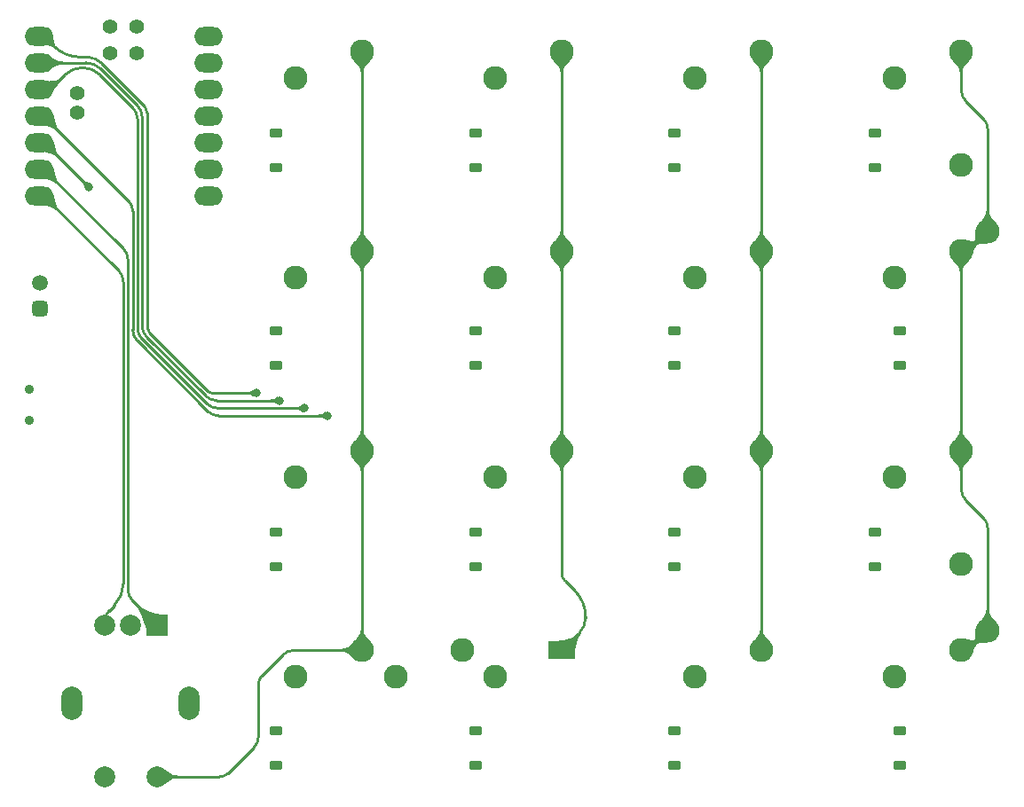
<source format=gbr>
%TF.GenerationSoftware,KiCad,Pcbnew,(7.0.0)*%
%TF.CreationDate,2023-06-29T20:35:03+03:00*%
%TF.ProjectId,kapeebar-a,6b617065-6562-4617-922d-612e6b696361,rev?*%
%TF.SameCoordinates,Original*%
%TF.FileFunction,Copper,L2,Bot*%
%TF.FilePolarity,Positive*%
%FSLAX46Y46*%
G04 Gerber Fmt 4.6, Leading zero omitted, Abs format (unit mm)*
G04 Created by KiCad (PCBNEW (7.0.0)) date 2023-06-29 20:35:03*
%MOMM*%
%LPD*%
G01*
G04 APERTURE LIST*
G04 Aperture macros list*
%AMRoundRect*
0 Rectangle with rounded corners*
0 $1 Rounding radius*
0 $2 $3 $4 $5 $6 $7 $8 $9 X,Y pos of 4 corners*
0 Add a 4 corners polygon primitive as box body*
4,1,4,$2,$3,$4,$5,$6,$7,$8,$9,$2,$3,0*
0 Add four circle primitives for the rounded corners*
1,1,$1+$1,$2,$3*
1,1,$1+$1,$4,$5*
1,1,$1+$1,$6,$7*
1,1,$1+$1,$8,$9*
0 Add four rect primitives between the rounded corners*
20,1,$1+$1,$2,$3,$4,$5,0*
20,1,$1+$1,$4,$5,$6,$7,0*
20,1,$1+$1,$6,$7,$8,$9,0*
20,1,$1+$1,$8,$9,$2,$3,0*%
G04 Aperture macros list end*
%TA.AperFunction,ComponentPad*%
%ADD10O,2.750000X1.800000*%
%TD*%
%TA.AperFunction,ComponentPad*%
%ADD11C,1.397000*%
%TD*%
%TA.AperFunction,ComponentPad*%
%ADD12C,2.286000*%
%TD*%
%TA.AperFunction,ComponentPad*%
%ADD13R,2.500000X1.800000*%
%TD*%
%TA.AperFunction,ComponentPad*%
%ADD14RoundRect,0.375000X-0.375000X0.375000X-0.375000X-0.375000X0.375000X-0.375000X0.375000X0.375000X0*%
%TD*%
%TA.AperFunction,WasherPad*%
%ADD15C,0.900000*%
%TD*%
%TA.AperFunction,ComponentPad*%
%ADD16C,1.500000*%
%TD*%
%TA.AperFunction,WasherPad*%
%ADD17O,2.000000X3.200000*%
%TD*%
%TA.AperFunction,ComponentPad*%
%ADD18R,2.000000X2.000000*%
%TD*%
%TA.AperFunction,ComponentPad*%
%ADD19C,2.000000*%
%TD*%
%TA.AperFunction,ComponentPad*%
%ADD20C,0.800000*%
%TD*%
%TA.AperFunction,SMDPad,CuDef*%
%ADD21RoundRect,0.225000X0.375000X-0.225000X0.375000X0.225000X-0.375000X0.225000X-0.375000X-0.225000X0*%
%TD*%
%TA.AperFunction,ViaPad*%
%ADD22C,0.800000*%
%TD*%
%TA.AperFunction,Conductor*%
%ADD23C,0.250000*%
%TD*%
G04 APERTURE END LIST*
D10*
%TO.P,U1,1,A0*%
%TO.N,col3*%
X135634219Y-51814179D03*
%TO.P,U1,2,A1*%
%TO.N,col2*%
X135634219Y-54354179D03*
%TO.P,U1,3,A2*%
%TO.N,col1*%
X135634219Y-56894179D03*
%TO.P,U1,4,A3*%
%TO.N,col0*%
X135634219Y-59434179D03*
%TO.P,U1,5,A4*%
%TO.N,row4*%
X135634219Y-61974179D03*
%TO.P,U1,6,A5*%
%TO.N,ENC0*%
X135634219Y-64514179D03*
%TO.P,U1,7,A6*%
%TO.N,ENC1*%
X135634219Y-67054179D03*
%TO.P,U1,8,A7*%
%TO.N,row3*%
X151824219Y-67054179D03*
%TO.P,U1,9,A8*%
%TO.N,row2*%
X151824219Y-64514179D03*
%TO.P,U1,10,A9*%
%TO.N,row1*%
X151824219Y-61974179D03*
%TO.P,U1,11,A10*%
%TO.N,row0*%
X151824219Y-59434179D03*
%TO.P,U1,12,3V3*%
%TO.N,unconnected-(U1-3V3-Pad12)*%
X151824219Y-56894179D03*
%TO.P,U1,13,GND*%
%TO.N,GND*%
X151824219Y-54354179D03*
%TO.P,U1,14,5V*%
%TO.N,unconnected-(U1-5V-Pad14)*%
X151824219Y-51814179D03*
D11*
%TO.P,U1,15,5V*%
%TO.N,unconnected-(U1-5V-Pad15)*%
X142459220Y-50862180D03*
%TO.P,U1,16,GND*%
%TO.N,unconnected-(U1-GND-Pad16)*%
X144999220Y-50862180D03*
%TO.P,U1,17*%
%TO.N,N/C*%
X142459220Y-53402180D03*
%TO.P,U1,18*%
X144999220Y-53402180D03*
%TO.P,U1,19*%
%TO.N,V+*%
X139284220Y-59117180D03*
%TO.P,U1,20*%
%TO.N,GND*%
X139284220Y-57212180D03*
%TD*%
D12*
%TO.P,SW9,1,1*%
%TO.N,col2*%
X204591500Y-72345000D03*
%TO.P,SW9,2,2*%
%TO.N,Net-(D7-A)*%
X198241500Y-74885000D03*
%TD*%
%TO.P,SW5,1,1*%
%TO.N,col0*%
X166483750Y-72345000D03*
%TO.P,SW5,2,2*%
%TO.N,Net-(D5-A)*%
X160133750Y-74885000D03*
%TD*%
%TO.P,SW14,1,1*%
%TO.N,col0*%
X166483750Y-110445000D03*
%TO.P,SW14,2,2*%
%TO.N,Net-(D13-A)*%
X160133750Y-112985000D03*
%TD*%
D13*
%TO.P,SW16,1,1*%
%TO.N,col1*%
X185533749Y-110444999D03*
D12*
%TO.P,SW16,2,2*%
%TO.N,Net-(D14-A)*%
X179183750Y-112985000D03*
%TD*%
%TO.P,SW17,1,1*%
%TO.N,col2*%
X204591500Y-110445000D03*
%TO.P,SW17,2,2*%
%TO.N,Net-(D15-A)*%
X198241500Y-112985000D03*
%TD*%
%TO.P,SW7,1,1*%
%TO.N,col1*%
X185533750Y-91395000D03*
%TO.P,SW7,2,2*%
%TO.N,Net-(D10-A)*%
X179183750Y-93935000D03*
%TD*%
%TO.P,SW2,1,1*%
%TO.N,col1*%
X185533750Y-53295000D03*
%TO.P,SW2,2,2*%
%TO.N,Net-(D2-A)*%
X179183750Y-55835000D03*
%TD*%
%TO.P,SW11,1,1*%
%TO.N,col3*%
X223633750Y-91395000D03*
%TO.P,SW11,2,2*%
%TO.N,Net-(D12-A)*%
X217283750Y-93935000D03*
%TD*%
D14*
%TO.P,J1,1*%
%TO.N,vbat*%
X135731250Y-77787500D03*
%TD*%
D12*
%TO.P,SW10,1,1*%
%TO.N,col2*%
X204591500Y-91395000D03*
%TO.P,SW10,2,2*%
%TO.N,Net-(D11-A)*%
X198241500Y-93935000D03*
%TD*%
%TO.P,SW12,1,1*%
%TO.N,col3*%
X226173750Y-70440000D03*
%TO.P,SW12,2,2*%
%TO.N,Net-(D4-A)*%
X223633750Y-64090000D03*
%TD*%
%TO.P,SW13,1,1*%
%TO.N,col3*%
X223633750Y-72345000D03*
%TO.P,SW13,2,2*%
%TO.N,Net-(D8-A)*%
X217283750Y-74885000D03*
%TD*%
%TO.P,SW4,1,1*%
%TO.N,col3*%
X223633750Y-53295000D03*
%TO.P,SW4,2,2*%
%TO.N,Net-(D4-A)*%
X217283750Y-55835000D03*
%TD*%
%TO.P,SW18,1,1*%
%TO.N,col3*%
X223633750Y-110445000D03*
%TO.P,SW18,2,2*%
%TO.N,Net-(D16-A)*%
X217283750Y-112985000D03*
%TD*%
D15*
%TO.P,switch,*%
%TO.N,*%
X134700000Y-88493750D03*
X134750000Y-85493750D03*
%TD*%
D12*
%TO.P,SW8,1,1*%
%TO.N,col1*%
X185533750Y-72345000D03*
%TO.P,SW8,2,2*%
%TO.N,Net-(D6-A)*%
X179183750Y-74885000D03*
%TD*%
%TO.P,2u,1,1*%
%TO.N,col1*%
X176008750Y-110445000D03*
%TO.P,2u,2,2*%
%TO.N,Net-(D14-A)*%
X169658750Y-112985000D03*
%TD*%
D16*
%TO.P,J2,1*%
%TO.N,GND*%
X135731250Y-75406250D03*
%TD*%
D12*
%TO.P,SW1,1,1*%
%TO.N,col0*%
X166483750Y-53295000D03*
%TO.P,SW1,2,2*%
%TO.N,Net-(D1-A)*%
X160133750Y-55835000D03*
%TD*%
%TO.P,SW6,1,1*%
%TO.N,col0*%
X166483750Y-91395000D03*
%TO.P,SW6,2,2*%
%TO.N,Net-(D9-A)*%
X160133750Y-93935000D03*
%TD*%
%TO.P,SW3,1,1*%
%TO.N,col2*%
X204591500Y-53295000D03*
%TO.P,SW3,2,2*%
%TO.N,Net-(D3-A)*%
X198241500Y-55835000D03*
%TD*%
D17*
%TO.P,SW15,*%
%TO.N,*%
X149993749Y-115524999D03*
X138793749Y-115524999D03*
D18*
%TO.P,SW15,A,A*%
%TO.N,ENC0*%
X146893749Y-108024999D03*
D19*
%TO.P,SW15,B,B*%
%TO.N,ENC1*%
X141893750Y-108025000D03*
%TO.P,SW15,C,C*%
%TO.N,GND*%
X144393750Y-108025000D03*
%TO.P,SW15,S1,S1*%
%TO.N,row4*%
X141893750Y-122525000D03*
%TO.P,SW15,S2,S2*%
%TO.N,col0*%
X146893750Y-122525000D03*
%TD*%
D12*
%TO.P,SW19,1,1*%
%TO.N,col3*%
X226173750Y-108540000D03*
%TO.P,SW19,2,2*%
%TO.N,Net-(D12-A)*%
X223633750Y-102190000D03*
%TD*%
D20*
%TO.P,D6,1,K*%
%TO.N,row1*%
X196287450Y-83276300D03*
D21*
X196287450Y-83276300D03*
D20*
%TO.P,D6,2,A*%
%TO.N,Net-(D7-A)*%
X196287450Y-79976300D03*
D21*
X196287450Y-79976300D03*
%TD*%
D20*
%TO.P,D13,1,K*%
%TO.N,row3*%
X217763750Y-121452000D03*
D21*
X217763750Y-121452000D03*
D20*
%TO.P,D13,2,A*%
%TO.N,Net-(D16-A)*%
X217763750Y-118152000D03*
D21*
X217763750Y-118152000D03*
%TD*%
D20*
%TO.P,D8,1,K*%
%TO.N,row1*%
X158213750Y-83276300D03*
D21*
X158213750Y-83276300D03*
D20*
%TO.P,D8,2,A*%
%TO.N,Net-(D5-A)*%
X158213750Y-79976300D03*
D21*
X158213750Y-79976300D03*
%TD*%
D20*
%TO.P,D4,1,K*%
%TO.N,row0*%
X158213750Y-64350000D03*
D21*
X158213750Y-64350000D03*
D20*
%TO.P,D4,2,A*%
%TO.N,Net-(D1-A)*%
X158213750Y-61050000D03*
D21*
X158213750Y-61050000D03*
%TD*%
D20*
%TO.P,D14,1,K*%
%TO.N,row3*%
X196287450Y-121452000D03*
D21*
X196287450Y-121452000D03*
D20*
%TO.P,D14,2,A*%
%TO.N,Net-(D15-A)*%
X196287450Y-118152000D03*
D21*
X196287450Y-118152000D03*
%TD*%
D20*
%TO.P,D15,1,K*%
%TO.N,row3*%
X177263750Y-121452000D03*
D21*
X177263750Y-121452000D03*
D20*
%TO.P,D15,2,A*%
%TO.N,Net-(D14-A)*%
X177263750Y-118152000D03*
D21*
X177263750Y-118152000D03*
%TD*%
D20*
%TO.P,D2,1,K*%
%TO.N,row0*%
X196287450Y-64350000D03*
D21*
X196287450Y-64350000D03*
D20*
%TO.P,D2,2,A*%
%TO.N,Net-(D3-A)*%
X196287450Y-61050000D03*
D21*
X196287450Y-61050000D03*
%TD*%
D20*
%TO.P,D11,1,K*%
%TO.N,row2*%
X177263750Y-102443000D03*
D21*
X177263750Y-102443000D03*
D20*
%TO.P,D11,2,A*%
%TO.N,Net-(D10-A)*%
X177263750Y-99143000D03*
D21*
X177263750Y-99143000D03*
%TD*%
D20*
%TO.P,D9,1,K*%
%TO.N,row2*%
X215380400Y-102443000D03*
D21*
X215380400Y-102443000D03*
D20*
%TO.P,D9,2,A*%
%TO.N,Net-(D12-A)*%
X215380400Y-99143000D03*
D21*
X215380400Y-99143000D03*
%TD*%
D20*
%TO.P,D7,1,K*%
%TO.N,row1*%
X177263750Y-83276300D03*
D21*
X177263750Y-83276300D03*
D20*
%TO.P,D7,2,A*%
%TO.N,Net-(D6-A)*%
X177263750Y-79976300D03*
D21*
X177263750Y-79976300D03*
%TD*%
D20*
%TO.P,D3,1,K*%
%TO.N,row0*%
X177263750Y-64350000D03*
D21*
X177263750Y-64350000D03*
D20*
%TO.P,D3,2,A*%
%TO.N,Net-(D2-A)*%
X177263750Y-61050000D03*
D21*
X177263750Y-61050000D03*
%TD*%
D20*
%TO.P,D10,1,K*%
%TO.N,row2*%
X196287450Y-102443000D03*
D21*
X196287450Y-102443000D03*
D20*
%TO.P,D10,2,A*%
%TO.N,Net-(D11-A)*%
X196287450Y-99143000D03*
D21*
X196287450Y-99143000D03*
%TD*%
D20*
%TO.P,D16,1,K*%
%TO.N,row3*%
X158213750Y-121452000D03*
D21*
X158213750Y-121452000D03*
D20*
%TO.P,D16,2,A*%
%TO.N,Net-(D13-A)*%
X158213750Y-118152000D03*
D21*
X158213750Y-118152000D03*
%TD*%
D20*
%TO.P,D12,1,K*%
%TO.N,row2*%
X158213750Y-102443000D03*
D21*
X158213750Y-102443000D03*
D20*
%TO.P,D12,2,A*%
%TO.N,Net-(D9-A)*%
X158213750Y-99143000D03*
D21*
X158213750Y-99143000D03*
%TD*%
D20*
%TO.P,D1,1,K*%
%TO.N,row0*%
X215417450Y-64350000D03*
D21*
X215417450Y-64350000D03*
D20*
%TO.P,D1,2,A*%
%TO.N,Net-(D4-A)*%
X215417450Y-61050000D03*
D21*
X215417450Y-61050000D03*
%TD*%
D20*
%TO.P,D5,1,K*%
%TO.N,row1*%
X217763750Y-83276300D03*
D21*
X217763750Y-83276300D03*
D20*
%TO.P,D5,2,A*%
%TO.N,Net-(D8-A)*%
X217763750Y-79976300D03*
D21*
X217763750Y-79976300D03*
%TD*%
D22*
%TO.N,col0*%
X163137750Y-88049000D03*
%TO.N,col1*%
X160987450Y-87324500D03*
%TO.N,col2*%
X158587450Y-86600000D03*
%TO.N,col3*%
X156387450Y-85875500D03*
%TO.N,row4*%
X140387450Y-66200000D03*
%TD*%
D23*
%TO.N,col0*%
X166483750Y-53295000D02*
X166483750Y-72345000D01*
X153723804Y-122163646D02*
X156148110Y-119739340D01*
X144148110Y-67473070D02*
X136109220Y-59434180D01*
X144587450Y-79851472D02*
X144587450Y-68533730D01*
X163137750Y-88049000D02*
X152784978Y-88049000D01*
X158903110Y-110884340D02*
X156933930Y-112853495D01*
X151724318Y-87609660D02*
X145026790Y-80912132D01*
X166483750Y-72345000D02*
X166483750Y-91395000D01*
X159963747Y-110445000D02*
X166483750Y-110445000D01*
X166483750Y-91395000D02*
X166483750Y-110445000D01*
X146893750Y-122525000D02*
X152851418Y-122525000D01*
X156587450Y-118678680D02*
X156587450Y-113689965D01*
X156148131Y-119739361D02*
G75*
G03*
X156587450Y-118678680I-1060731J1060661D01*
G01*
X156933946Y-112853511D02*
G75*
G03*
X156587450Y-113689965I836454J-836489D01*
G01*
X144587413Y-68533730D02*
G75*
G03*
X144148109Y-67473071I-1500013J30D01*
G01*
X151724329Y-87609649D02*
G75*
G03*
X152784978Y-88049000I1060671J1060649D01*
G01*
X152851418Y-122525024D02*
G75*
G03*
X153723804Y-122163646I-18J1233724D01*
G01*
X144587485Y-79851472D02*
G75*
G03*
X145026790Y-80912132I1500015J-28D01*
G01*
X159963747Y-110445021D02*
G75*
G03*
X158903110Y-110884340I-47J-1499879D01*
G01*
%TO.N,col1*%
X144598110Y-58647056D02*
X141428189Y-55477135D01*
X185543881Y-110445000D02*
X187197268Y-108791613D01*
X185533750Y-91395000D02*
X185533750Y-72345000D01*
X185533750Y-72345000D02*
X185533750Y-53295000D01*
X185533750Y-103105322D02*
X185533750Y-91395000D01*
X138136352Y-55494638D02*
X136109220Y-57521770D01*
X151636214Y-86885160D02*
X145476790Y-80725736D01*
X186769138Y-104754924D02*
X185826643Y-103812429D01*
X160987450Y-87324500D02*
X152696874Y-87324500D01*
X187800000Y-107336485D02*
X187800000Y-107243629D01*
X145037450Y-79665076D02*
X145037450Y-59707716D01*
X151636227Y-86885147D02*
G75*
G03*
X152696874Y-87324500I1060673J1060647D01*
G01*
X187799963Y-107243629D02*
G75*
G03*
X186769138Y-104754924I-3519563J29D01*
G01*
X139803297Y-54804170D02*
G75*
G03*
X138136352Y-55494638I3J-2357430D01*
G01*
X187197262Y-108791607D02*
G75*
G03*
X187800000Y-107336485I-1455062J1455107D01*
G01*
X185533720Y-103105322D02*
G75*
G03*
X185826643Y-103812429I999980J22D01*
G01*
X145037423Y-59707716D02*
G75*
G03*
X144598109Y-58647057I-1500023J16D01*
G01*
X141428180Y-55477144D02*
G75*
G03*
X139803297Y-54804172I-1624680J-1624656D01*
G01*
X145037482Y-79665076D02*
G75*
G03*
X145476790Y-80725736I1500018J-24D01*
G01*
%TO.N,col2*%
X140147546Y-54354180D02*
X136109220Y-54354180D01*
X204591500Y-53295000D02*
X204591500Y-72345000D01*
X145048110Y-58460660D02*
X141503132Y-54915682D01*
X151548110Y-86160660D02*
X145926790Y-80539340D01*
X204591500Y-72345000D02*
X204591500Y-91395000D01*
X145487450Y-79478680D02*
X145487450Y-59521320D01*
X204591500Y-110445000D02*
X204591500Y-91395000D01*
X158587450Y-86600000D02*
X152608770Y-86600000D01*
X151548125Y-86160645D02*
G75*
G03*
X152608770Y-86600000I1060675J1060645D01*
G01*
X145487420Y-59521320D02*
G75*
G03*
X145048109Y-58460661I-1500020J20D01*
G01*
X141503116Y-54915698D02*
G75*
G03*
X140147546Y-54354180I-1355616J-1355602D01*
G01*
X145487480Y-79478680D02*
G75*
G03*
X145926791Y-80539339I1500020J-20D01*
G01*
%TO.N,col3*%
X145498110Y-58274264D02*
X141588937Y-54365091D01*
X224268750Y-110445000D02*
X226173750Y-108540000D01*
X224268750Y-72345000D02*
X226173750Y-70440000D01*
X225734410Y-97769344D02*
X224073090Y-96108024D01*
X152169910Y-85836513D02*
X151945678Y-85763651D01*
X145937450Y-59334924D02*
X145935301Y-59217040D01*
X145937450Y-79292284D02*
X145937450Y-59334924D01*
X145939568Y-79410171D02*
X145937450Y-79292284D01*
X223633750Y-91395000D02*
X223633750Y-72345000D01*
X152520666Y-85875500D02*
X152402779Y-85873401D01*
X151945678Y-85763651D02*
X151735604Y-85656608D01*
X145898423Y-58984173D02*
X145825572Y-58759942D01*
X226173750Y-70440000D02*
X226173750Y-60730004D01*
X156387450Y-85875500D02*
X152520666Y-85875500D01*
X223633750Y-95047364D02*
X223633750Y-91395000D01*
X145976448Y-79643042D02*
X145939568Y-79410171D01*
X223633750Y-56947364D02*
X223633750Y-53295000D01*
X225734410Y-59669344D02*
X224073090Y-58008024D01*
X146049301Y-79867277D02*
X145976448Y-79643042D01*
X140224687Y-53800000D02*
X139538162Y-53800000D01*
X137074600Y-52779560D02*
X136109220Y-51814180D01*
X145825572Y-58759942D02*
X145718541Y-58549867D01*
X151544862Y-85518021D02*
X151460006Y-85436160D01*
X145579965Y-58359122D02*
X145498110Y-58274264D01*
X152402779Y-85873401D02*
X152169910Y-85836513D01*
X146376790Y-80352944D02*
X146294914Y-80268103D01*
X145718541Y-58549867D02*
X145579965Y-58359122D01*
X151460006Y-85436160D02*
X146376790Y-80352944D01*
X145935301Y-59217040D02*
X145898423Y-58984173D01*
X151735604Y-85656608D02*
X151544862Y-85518021D01*
X146156335Y-80077355D02*
X146049301Y-79867277D01*
X226173750Y-108540000D02*
X226173750Y-98830004D01*
X146294914Y-80268103D02*
X146156335Y-80077355D01*
X137074620Y-52779540D02*
G75*
G03*
X139538162Y-53800000I2463580J2463540D01*
G01*
X226173732Y-60730004D02*
G75*
G03*
X225734410Y-59669344I-1500032J4D01*
G01*
X226173732Y-98830004D02*
G75*
G03*
X225734410Y-97769344I-1500032J4D01*
G01*
X141588935Y-54365093D02*
G75*
G03*
X140224687Y-53800000I-1364235J-1364207D01*
G01*
X223633791Y-56947364D02*
G75*
G03*
X224073090Y-58008024I1500009J-36D01*
G01*
X223633791Y-95047364D02*
G75*
G03*
X224073090Y-96108024I1500009J-36D01*
G01*
%TO.N,ENC0*%
X146893750Y-108025000D02*
X144576790Y-105708040D01*
X144137450Y-104647380D02*
X144137450Y-73163730D01*
X143698110Y-72103070D02*
X136109220Y-64514180D01*
X144137480Y-104647380D02*
G75*
G03*
X144576791Y-105708039I1500020J-20D01*
G01*
X144137413Y-73163730D02*
G75*
G03*
X143698109Y-72103071I-1500013J30D01*
G01*
%TO.N,ENC1*%
X143687450Y-104057359D02*
X143687450Y-75253730D01*
X143248110Y-74193070D02*
X136109220Y-67054180D01*
X142333090Y-106654360D02*
X142808771Y-106178679D01*
X141893750Y-108025000D02*
X141893750Y-107715020D01*
X142333069Y-106654339D02*
G75*
G03*
X141893750Y-107715020I1060731J-1060661D01*
G01*
X142808781Y-106178689D02*
G75*
G03*
X143687450Y-104057359I-2121281J2121289D01*
G01*
X143687413Y-75253730D02*
G75*
G03*
X143248109Y-74193071I-1500013J30D01*
G01*
%TO.N,row4*%
X140387450Y-66200000D02*
X136161630Y-61974180D01*
%TD*%
%TA.AperFunction,Conductor*%
%TO.N,col3*%
G36*
X223639149Y-91396808D02*
G01*
X224622201Y-91908212D01*
X224626882Y-91912656D01*
X224628495Y-91918909D01*
X224626544Y-91925065D01*
X224406117Y-92256840D01*
X224405002Y-92258265D01*
X224171546Y-92513313D01*
X224171510Y-92513352D01*
X224171475Y-92513392D01*
X224171442Y-92513429D01*
X224171411Y-92513466D01*
X223964387Y-92757566D01*
X223964384Y-92757569D01*
X223963900Y-92758141D01*
X223963576Y-92758817D01*
X223963574Y-92758821D01*
X223815871Y-93067529D01*
X223815869Y-93067535D01*
X223815466Y-93068378D01*
X223815349Y-93069309D01*
X223815349Y-93069310D01*
X223760035Y-93510391D01*
X223756167Y-93517708D01*
X223748426Y-93520635D01*
X223519074Y-93520635D01*
X223511333Y-93517708D01*
X223507465Y-93510391D01*
X223452033Y-93068378D01*
X223303599Y-92758141D01*
X223096024Y-92513392D01*
X222862493Y-92258262D01*
X222861380Y-92256840D01*
X222640954Y-91925063D01*
X222639004Y-91918910D01*
X222640617Y-91912657D01*
X222645298Y-91908212D01*
X223628350Y-91396808D01*
X223633750Y-91395489D01*
X223639149Y-91396808D01*
G37*
%TD.AperFunction*%
%TD*%
%TA.AperFunction,Conductor*%
%TO.N,col1*%
G36*
X185656167Y-89272292D02*
G01*
X185660034Y-89279608D01*
X185715466Y-89721621D01*
X185715869Y-89722465D01*
X185715871Y-89722469D01*
X185863574Y-90031176D01*
X185863900Y-90031857D01*
X186071475Y-90276607D01*
X186071535Y-90276672D01*
X186071546Y-90276685D01*
X186305002Y-90531732D01*
X186306117Y-90533157D01*
X186526544Y-90864934D01*
X186528495Y-90871090D01*
X186526882Y-90877343D01*
X186522199Y-90881789D01*
X185539150Y-91393190D01*
X185533750Y-91394510D01*
X185528350Y-91393190D01*
X184545300Y-90881788D01*
X184540617Y-90877342D01*
X184539004Y-90871089D01*
X184540953Y-90864937D01*
X184761387Y-90533148D01*
X184762487Y-90531741D01*
X184996024Y-90276607D01*
X185203599Y-90031857D01*
X185352033Y-89721621D01*
X185407465Y-89279608D01*
X185411333Y-89272292D01*
X185419074Y-89269365D01*
X185648426Y-89269365D01*
X185656167Y-89272292D01*
G37*
%TD.AperFunction*%
%TD*%
%TA.AperFunction,Conductor*%
%TO.N,col2*%
G36*
X158435268Y-86236957D02*
G01*
X158439146Y-86241888D01*
X158494075Y-86373637D01*
X158540860Y-86485854D01*
X158586573Y-86595497D01*
X158587474Y-86599999D01*
X158586573Y-86604501D01*
X158439146Y-86958111D01*
X158435268Y-86963042D01*
X158429400Y-86965262D01*
X158423230Y-86964130D01*
X158278126Y-86893552D01*
X158277132Y-86893008D01*
X158168330Y-86826360D01*
X158168234Y-86826301D01*
X158168150Y-86826254D01*
X158168131Y-86826243D01*
X158073088Y-86773273D01*
X158073086Y-86773272D01*
X158072544Y-86772970D01*
X158071953Y-86772789D01*
X158071946Y-86772787D01*
X157957464Y-86737916D01*
X157957458Y-86737914D01*
X157956848Y-86737729D01*
X157956212Y-86737681D01*
X157956206Y-86737680D01*
X157798273Y-86725813D01*
X157790572Y-86722103D01*
X157787450Y-86714146D01*
X157787450Y-86485854D01*
X157790572Y-86477897D01*
X157798273Y-86474187D01*
X157889079Y-86467362D01*
X157956848Y-86462270D01*
X158072544Y-86427029D01*
X158168234Y-86373697D01*
X158277144Y-86306982D01*
X158278121Y-86306448D01*
X158423232Y-86235868D01*
X158429400Y-86234737D01*
X158435268Y-86236957D01*
G37*
%TD.AperFunction*%
%TD*%
%TA.AperFunction,Conductor*%
%TO.N,col0*%
G36*
X166489149Y-53296808D02*
G01*
X167472201Y-53808212D01*
X167476882Y-53812656D01*
X167478495Y-53818909D01*
X167476544Y-53825065D01*
X167256117Y-54156840D01*
X167255002Y-54158265D01*
X167021546Y-54413313D01*
X167021510Y-54413352D01*
X167021475Y-54413392D01*
X167021442Y-54413429D01*
X167021411Y-54413466D01*
X166814387Y-54657566D01*
X166814384Y-54657569D01*
X166813900Y-54658141D01*
X166813576Y-54658817D01*
X166813574Y-54658821D01*
X166665871Y-54967529D01*
X166665869Y-54967535D01*
X166665466Y-54968378D01*
X166665349Y-54969309D01*
X166665349Y-54969310D01*
X166610035Y-55410391D01*
X166606167Y-55417708D01*
X166598426Y-55420635D01*
X166369074Y-55420635D01*
X166361333Y-55417708D01*
X166357465Y-55410391D01*
X166302033Y-54968378D01*
X166153599Y-54658141D01*
X165946024Y-54413392D01*
X165712493Y-54158262D01*
X165711380Y-54156840D01*
X165490954Y-53825063D01*
X165489004Y-53818910D01*
X165490617Y-53812657D01*
X165495298Y-53808212D01*
X166478350Y-53296808D01*
X166483750Y-53295489D01*
X166489149Y-53296808D01*
G37*
%TD.AperFunction*%
%TD*%
%TA.AperFunction,Conductor*%
%TO.N,col2*%
G36*
X204596899Y-72346808D02*
G01*
X205579951Y-72858212D01*
X205584632Y-72862656D01*
X205586245Y-72868909D01*
X205584294Y-72875065D01*
X205363867Y-73206840D01*
X205362752Y-73208265D01*
X205129296Y-73463313D01*
X205129260Y-73463352D01*
X205129225Y-73463392D01*
X205129192Y-73463429D01*
X205129161Y-73463466D01*
X204922137Y-73707566D01*
X204922134Y-73707569D01*
X204921650Y-73708141D01*
X204921326Y-73708817D01*
X204921324Y-73708821D01*
X204773621Y-74017529D01*
X204773619Y-74017535D01*
X204773216Y-74018378D01*
X204773099Y-74019309D01*
X204773099Y-74019310D01*
X204717785Y-74460391D01*
X204713917Y-74467708D01*
X204706176Y-74470635D01*
X204476824Y-74470635D01*
X204469083Y-74467708D01*
X204465215Y-74460391D01*
X204409783Y-74018378D01*
X204261349Y-73708141D01*
X204053774Y-73463392D01*
X203820243Y-73208262D01*
X203819130Y-73206840D01*
X203598704Y-72875063D01*
X203596754Y-72868910D01*
X203598367Y-72862657D01*
X203603048Y-72858212D01*
X204586100Y-72346808D01*
X204591500Y-72345489D01*
X204596899Y-72346808D01*
G37*
%TD.AperFunction*%
%TD*%
%TA.AperFunction,Conductor*%
%TO.N,col0*%
G36*
X166606167Y-108322292D02*
G01*
X166610034Y-108329608D01*
X166665466Y-108771621D01*
X166665869Y-108772465D01*
X166665871Y-108772469D01*
X166813574Y-109081176D01*
X166813900Y-109081857D01*
X167021475Y-109326607D01*
X167021535Y-109326672D01*
X167021546Y-109326685D01*
X167255002Y-109581732D01*
X167256117Y-109583157D01*
X167476544Y-109914934D01*
X167478495Y-109921090D01*
X167476882Y-109927343D01*
X167472199Y-109931789D01*
X166489150Y-110443190D01*
X166483750Y-110444510D01*
X166478350Y-110443190D01*
X165495300Y-109931788D01*
X165490617Y-109927342D01*
X165489004Y-109921089D01*
X165490953Y-109914937D01*
X165711387Y-109583148D01*
X165712487Y-109581741D01*
X165946024Y-109326607D01*
X166153599Y-109081857D01*
X166302033Y-108771621D01*
X166357465Y-108329608D01*
X166361333Y-108322292D01*
X166369074Y-108319365D01*
X166598426Y-108319365D01*
X166606167Y-108322292D01*
G37*
%TD.AperFunction*%
%TD*%
%TA.AperFunction,Conductor*%
%TO.N,col2*%
G36*
X204713917Y-108322292D02*
G01*
X204717784Y-108329608D01*
X204773216Y-108771621D01*
X204773619Y-108772465D01*
X204773621Y-108772469D01*
X204921324Y-109081176D01*
X204921650Y-109081857D01*
X205129225Y-109326607D01*
X205129285Y-109326672D01*
X205129296Y-109326685D01*
X205362752Y-109581732D01*
X205363867Y-109583157D01*
X205584294Y-109914934D01*
X205586245Y-109921090D01*
X205584632Y-109927343D01*
X205579949Y-109931789D01*
X204596900Y-110443190D01*
X204591500Y-110444510D01*
X204586100Y-110443190D01*
X203603050Y-109931788D01*
X203598367Y-109927342D01*
X203596754Y-109921089D01*
X203598703Y-109914937D01*
X203819137Y-109583148D01*
X203820237Y-109581741D01*
X204053774Y-109326607D01*
X204261349Y-109081857D01*
X204409783Y-108771621D01*
X204465215Y-108329608D01*
X204469083Y-108322292D01*
X204476824Y-108319365D01*
X204706176Y-108319365D01*
X204713917Y-108322292D01*
G37*
%TD.AperFunction*%
%TD*%
%TA.AperFunction,Conductor*%
%TO.N,col0*%
G36*
X166489149Y-72346808D02*
G01*
X167472201Y-72858212D01*
X167476882Y-72862656D01*
X167478495Y-72868909D01*
X167476544Y-72875065D01*
X167256117Y-73206840D01*
X167255002Y-73208265D01*
X167021546Y-73463313D01*
X167021510Y-73463352D01*
X167021475Y-73463392D01*
X167021442Y-73463429D01*
X167021411Y-73463466D01*
X166814387Y-73707566D01*
X166814384Y-73707569D01*
X166813900Y-73708141D01*
X166813576Y-73708817D01*
X166813574Y-73708821D01*
X166665871Y-74017529D01*
X166665869Y-74017535D01*
X166665466Y-74018378D01*
X166665349Y-74019309D01*
X166665349Y-74019310D01*
X166610035Y-74460391D01*
X166606167Y-74467708D01*
X166598426Y-74470635D01*
X166369074Y-74470635D01*
X166361333Y-74467708D01*
X166357465Y-74460391D01*
X166302033Y-74018378D01*
X166153599Y-73708141D01*
X165946024Y-73463392D01*
X165712493Y-73208262D01*
X165711380Y-73206840D01*
X165490954Y-72875063D01*
X165489004Y-72868910D01*
X165490617Y-72862657D01*
X165495298Y-72858212D01*
X166478350Y-72346808D01*
X166483750Y-72345489D01*
X166489149Y-72346808D01*
G37*
%TD.AperFunction*%
%TD*%
%TA.AperFunction,Conductor*%
%TO.N,col3*%
G36*
X225315818Y-109234957D02*
G01*
X225477803Y-109396942D01*
X225481227Y-109404938D01*
X225478186Y-109413087D01*
X225206918Y-109711349D01*
X225206910Y-109711359D01*
X225206640Y-109711656D01*
X225206413Y-109711988D01*
X225206406Y-109711998D01*
X225032330Y-109967504D01*
X225032325Y-109967512D01*
X225032053Y-109967912D01*
X225031849Y-109968355D01*
X225031847Y-109968360D01*
X224919329Y-110213596D01*
X224919323Y-110213610D01*
X224919206Y-110213866D01*
X224919117Y-110214126D01*
X224919110Y-110214145D01*
X224825370Y-110489782D01*
X224825370Y-110489783D01*
X224711660Y-110824615D01*
X224708233Y-110829704D01*
X224702702Y-110832359D01*
X224696588Y-110831851D01*
X223640077Y-110448260D01*
X223634780Y-110444375D01*
X223632412Y-110438248D01*
X223592640Y-109967912D01*
X223538941Y-109332884D01*
X223540267Y-109326410D01*
X223544892Y-109321686D01*
X223551338Y-109320223D01*
X223948878Y-109345419D01*
X223951142Y-109345789D01*
X224304908Y-109440164D01*
X224630783Y-109512640D01*
X224956003Y-109472183D01*
X225300892Y-109233607D01*
X225308598Y-109231577D01*
X225315818Y-109234957D01*
G37*
%TD.AperFunction*%
%TD*%
%TA.AperFunction,Conductor*%
%TO.N,col0*%
G36*
X162985568Y-87685957D02*
G01*
X162989446Y-87690888D01*
X163136873Y-88044498D01*
X163137774Y-88049000D01*
X163136873Y-88053502D01*
X162989446Y-88407111D01*
X162985568Y-88412043D01*
X162979700Y-88414262D01*
X162973530Y-88413130D01*
X162828426Y-88342552D01*
X162827432Y-88342008D01*
X162718630Y-88275360D01*
X162718534Y-88275301D01*
X162718450Y-88275254D01*
X162718431Y-88275243D01*
X162623388Y-88222273D01*
X162623386Y-88222272D01*
X162622844Y-88221970D01*
X162622253Y-88221789D01*
X162622246Y-88221787D01*
X162507764Y-88186916D01*
X162507758Y-88186914D01*
X162507148Y-88186729D01*
X162506512Y-88186681D01*
X162506506Y-88186680D01*
X162348573Y-88174813D01*
X162340872Y-88171103D01*
X162337750Y-88163146D01*
X162337750Y-87934854D01*
X162340872Y-87926897D01*
X162348573Y-87923187D01*
X162439379Y-87916362D01*
X162507148Y-87911270D01*
X162622844Y-87876029D01*
X162718534Y-87822697D01*
X162827444Y-87755982D01*
X162828421Y-87755448D01*
X162973532Y-87684868D01*
X162979700Y-87683737D01*
X162985568Y-87685957D01*
G37*
%TD.AperFunction*%
%TD*%
%TA.AperFunction,Conductor*%
%TO.N,col1*%
G36*
X185539149Y-53296808D02*
G01*
X186522201Y-53808212D01*
X186526882Y-53812656D01*
X186528495Y-53818909D01*
X186526544Y-53825065D01*
X186306117Y-54156840D01*
X186305002Y-54158265D01*
X186071546Y-54413313D01*
X186071510Y-54413352D01*
X186071475Y-54413392D01*
X186071442Y-54413429D01*
X186071411Y-54413466D01*
X185864387Y-54657566D01*
X185864384Y-54657569D01*
X185863900Y-54658141D01*
X185863576Y-54658817D01*
X185863574Y-54658821D01*
X185715871Y-54967529D01*
X185715869Y-54967535D01*
X185715466Y-54968378D01*
X185715349Y-54969309D01*
X185715349Y-54969310D01*
X185660035Y-55410391D01*
X185656167Y-55417708D01*
X185648426Y-55420635D01*
X185419074Y-55420635D01*
X185411333Y-55417708D01*
X185407465Y-55410391D01*
X185352033Y-54968378D01*
X185203599Y-54658141D01*
X184996024Y-54413392D01*
X184762493Y-54158262D01*
X184761380Y-54156840D01*
X184540954Y-53825063D01*
X184539004Y-53818910D01*
X184540617Y-53812657D01*
X184545298Y-53808212D01*
X185528350Y-53296808D01*
X185533750Y-53295489D01*
X185539149Y-53296808D01*
G37*
%TD.AperFunction*%
%TD*%
%TA.AperFunction,Conductor*%
%TO.N,col3*%
G36*
X225101239Y-70114488D02*
G01*
X225305426Y-70176284D01*
X226167567Y-70437207D01*
X226172932Y-70440643D01*
X226175701Y-70446382D01*
X226370058Y-71553268D01*
X226369428Y-71559558D01*
X226365619Y-71564602D01*
X226359741Y-71566929D01*
X225988214Y-71605455D01*
X225987301Y-71605513D01*
X225667290Y-71613562D01*
X225667274Y-71613563D01*
X225667001Y-71613570D01*
X225666740Y-71613601D01*
X225666719Y-71613603D01*
X225377635Y-71648493D01*
X225377629Y-71648494D01*
X225376846Y-71648589D01*
X225376112Y-71648891D01*
X225376111Y-71648892D01*
X225085002Y-71768987D01*
X225085000Y-71768987D01*
X225084222Y-71769309D01*
X225083565Y-71769839D01*
X225083563Y-71769841D01*
X224764232Y-72027866D01*
X224756260Y-72030450D01*
X224748606Y-72027039D01*
X224586578Y-71865011D01*
X224583173Y-71857461D01*
X224585619Y-71849550D01*
X224857693Y-71500222D01*
X224971683Y-71178619D01*
X224997416Y-70861059D01*
X225011032Y-70516579D01*
X225011233Y-70514840D01*
X225086361Y-70123477D01*
X225089273Y-70117728D01*
X225094792Y-70114393D01*
X225101239Y-70114488D01*
G37*
%TD.AperFunction*%
%TD*%
%TA.AperFunction,Conductor*%
%TO.N,row4*%
G36*
X139918379Y-65553002D02*
G01*
X140038936Y-65656707D01*
X140145664Y-65713598D01*
X140251038Y-65743549D01*
X140375217Y-65773385D01*
X140376283Y-65773696D01*
X140528808Y-65826400D01*
X140533970Y-65829962D01*
X140536550Y-65835680D01*
X140535806Y-65841909D01*
X140390013Y-66196195D01*
X140387466Y-66200016D01*
X140383645Y-66202563D01*
X140029359Y-66348356D01*
X140023130Y-66349100D01*
X140017412Y-66346520D01*
X140013850Y-66341358D01*
X139961146Y-66188833D01*
X139960835Y-66187767D01*
X139930999Y-66063588D01*
X139901048Y-65958214D01*
X139844157Y-65851486D01*
X139740452Y-65730929D01*
X139737631Y-65722862D01*
X139741049Y-65715029D01*
X139902479Y-65553599D01*
X139910312Y-65550181D01*
X139918379Y-65553002D01*
G37*
%TD.AperFunction*%
%TD*%
%TA.AperFunction,Conductor*%
%TO.N,ENC0*%
G36*
X136940753Y-64177065D02*
G01*
X136944141Y-64182673D01*
X137046632Y-64568467D01*
X137046641Y-64568500D01*
X137046649Y-64568528D01*
X137152587Y-64920792D01*
X137152623Y-64920896D01*
X137152634Y-64920930D01*
X137257240Y-65222851D01*
X137258524Y-65226555D01*
X137258568Y-65226664D01*
X137258579Y-65226692D01*
X137364381Y-65485622D01*
X137364386Y-65485633D01*
X137364462Y-65485819D01*
X137364554Y-65486005D01*
X137364556Y-65486008D01*
X137466648Y-65691047D01*
X137467721Y-65698146D01*
X137464447Y-65704535D01*
X137300057Y-65868925D01*
X137293236Y-65872262D01*
X137285803Y-65870708D01*
X136982479Y-65690298D01*
X136982473Y-65690294D01*
X136982184Y-65690123D01*
X136981878Y-65689987D01*
X136981871Y-65689983D01*
X136671093Y-65551542D01*
X136671092Y-65551541D01*
X136670745Y-65551387D01*
X136670374Y-65551277D01*
X136670371Y-65551276D01*
X136359709Y-65459271D01*
X136359704Y-65459269D01*
X136359306Y-65459152D01*
X136358900Y-65459092D01*
X136358894Y-65459091D01*
X136048294Y-65413478D01*
X136048284Y-65413477D01*
X136047867Y-65413416D01*
X136047434Y-65413417D01*
X135753967Y-65414136D01*
X135746834Y-65411732D01*
X135742641Y-65405481D01*
X135743123Y-65397971D01*
X136106658Y-64517961D01*
X136109198Y-64514158D01*
X136113002Y-64511618D01*
X136928369Y-64174862D01*
X136934881Y-64174158D01*
X136940753Y-64177065D01*
G37*
%TD.AperFunction*%
%TD*%
%TA.AperFunction,Conductor*%
%TO.N,col0*%
G36*
X166489149Y-91396808D02*
G01*
X167472201Y-91908212D01*
X167476882Y-91912656D01*
X167478495Y-91918909D01*
X167476544Y-91925065D01*
X167256117Y-92256840D01*
X167255002Y-92258265D01*
X167021546Y-92513313D01*
X167021510Y-92513352D01*
X167021475Y-92513392D01*
X167021442Y-92513429D01*
X167021411Y-92513466D01*
X166814387Y-92757566D01*
X166814384Y-92757569D01*
X166813900Y-92758141D01*
X166813576Y-92758817D01*
X166813574Y-92758821D01*
X166665871Y-93067529D01*
X166665869Y-93067535D01*
X166665466Y-93068378D01*
X166665349Y-93069309D01*
X166665349Y-93069310D01*
X166610035Y-93510391D01*
X166606167Y-93517708D01*
X166598426Y-93520635D01*
X166369074Y-93520635D01*
X166361333Y-93517708D01*
X166357465Y-93510391D01*
X166302033Y-93068378D01*
X166153599Y-92758141D01*
X165946024Y-92513392D01*
X165712493Y-92258262D01*
X165711380Y-92256840D01*
X165490954Y-91925063D01*
X165489004Y-91918910D01*
X165490617Y-91912657D01*
X165495298Y-91908212D01*
X166478350Y-91396808D01*
X166483750Y-91395489D01*
X166489149Y-91396808D01*
G37*
%TD.AperFunction*%
%TD*%
%TA.AperFunction,Conductor*%
%TO.N,ENC0*%
G36*
X145282977Y-106234666D02*
G01*
X145681388Y-106493455D01*
X145681393Y-106493458D01*
X145681618Y-106493604D01*
X146088204Y-106705203D01*
X146494791Y-106864302D01*
X146901377Y-106970901D01*
X147292885Y-107022993D01*
X147299251Y-107025970D01*
X147302763Y-107032057D01*
X147302154Y-107039059D01*
X146896312Y-108021217D01*
X146893772Y-108025022D01*
X146889967Y-108027562D01*
X145905586Y-108434322D01*
X145899232Y-108435056D01*
X145893442Y-108432339D01*
X145889946Y-108426983D01*
X145734651Y-107927627D01*
X145575551Y-107468541D01*
X145416453Y-107061954D01*
X145257354Y-106707868D01*
X145102279Y-106413911D01*
X145101059Y-106406706D01*
X145104353Y-106400183D01*
X145268332Y-106236204D01*
X145275382Y-106232842D01*
X145282977Y-106234666D01*
G37*
%TD.AperFunction*%
%TD*%
%TA.AperFunction,Conductor*%
%TO.N,col3*%
G36*
X226296167Y-68317292D02*
G01*
X226300034Y-68324608D01*
X226355466Y-68766621D01*
X226355869Y-68767465D01*
X226355871Y-68767469D01*
X226503574Y-69076176D01*
X226503900Y-69076857D01*
X226711475Y-69321607D01*
X226711535Y-69321672D01*
X226711546Y-69321685D01*
X226945002Y-69576732D01*
X226946117Y-69578157D01*
X227166544Y-69909934D01*
X227168495Y-69916090D01*
X227166882Y-69922343D01*
X227162199Y-69926789D01*
X226179150Y-70438190D01*
X226173750Y-70439510D01*
X226168350Y-70438190D01*
X225185300Y-69926788D01*
X225180617Y-69922342D01*
X225179004Y-69916089D01*
X225180953Y-69909937D01*
X225401387Y-69578148D01*
X225402487Y-69576741D01*
X225636024Y-69321607D01*
X225843599Y-69076857D01*
X225992033Y-68766621D01*
X226047465Y-68324608D01*
X226051333Y-68317292D01*
X226059074Y-68314365D01*
X226288426Y-68314365D01*
X226296167Y-68317292D01*
G37*
%TD.AperFunction*%
%TD*%
%TA.AperFunction,Conductor*%
%TO.N,col1*%
G36*
X137517046Y-55947197D02*
G01*
X137680349Y-56110500D01*
X137683399Y-56115828D01*
X137683331Y-56121968D01*
X137680164Y-56127227D01*
X137539457Y-56261834D01*
X137539451Y-56261839D01*
X137539188Y-56262092D01*
X137538962Y-56262368D01*
X137538952Y-56262380D01*
X137389746Y-56445405D01*
X137389739Y-56445414D01*
X137389569Y-56445623D01*
X137389416Y-56445851D01*
X137389413Y-56445856D01*
X137240075Y-56669362D01*
X137240067Y-56669373D01*
X137239950Y-56669550D01*
X137239846Y-56669732D01*
X137239839Y-56669745D01*
X137112399Y-56894887D01*
X137090331Y-56933874D01*
X137090273Y-56933991D01*
X137090256Y-56934024D01*
X136945544Y-57228752D01*
X136939178Y-57234539D01*
X136930576Y-57234409D01*
X136649534Y-57118335D01*
X136113858Y-56897094D01*
X136109529Y-56893996D01*
X136107020Y-56889300D01*
X135872994Y-56013388D01*
X135873671Y-56005477D01*
X135879245Y-55999818D01*
X135887146Y-55999024D01*
X136196695Y-56076780D01*
X136525529Y-56112880D01*
X136854363Y-56102481D01*
X137183197Y-56045581D01*
X137505267Y-55944308D01*
X137511558Y-55944106D01*
X137517046Y-55947197D01*
G37*
%TD.AperFunction*%
%TD*%
%TA.AperFunction,Conductor*%
%TO.N,col1*%
G36*
X185539149Y-72346808D02*
G01*
X186522201Y-72858212D01*
X186526882Y-72862656D01*
X186528495Y-72868909D01*
X186526544Y-72875065D01*
X186306117Y-73206840D01*
X186305002Y-73208265D01*
X186071546Y-73463313D01*
X186071510Y-73463352D01*
X186071475Y-73463392D01*
X186071442Y-73463429D01*
X186071411Y-73463466D01*
X185864387Y-73707566D01*
X185864384Y-73707569D01*
X185863900Y-73708141D01*
X185863576Y-73708817D01*
X185863574Y-73708821D01*
X185715871Y-74017529D01*
X185715869Y-74017535D01*
X185715466Y-74018378D01*
X185715349Y-74019309D01*
X185715349Y-74019310D01*
X185660035Y-74460391D01*
X185656167Y-74467708D01*
X185648426Y-74470635D01*
X185419074Y-74470635D01*
X185411333Y-74467708D01*
X185407465Y-74460391D01*
X185352033Y-74018378D01*
X185203599Y-73708141D01*
X184996024Y-73463392D01*
X184762493Y-73208262D01*
X184761380Y-73206840D01*
X184540954Y-72875063D01*
X184539004Y-72868910D01*
X184540617Y-72862657D01*
X184545298Y-72858212D01*
X185528350Y-72346808D01*
X185533750Y-72345489D01*
X185539149Y-72346808D01*
G37*
%TD.AperFunction*%
%TD*%
%TA.AperFunction,Conductor*%
%TO.N,col2*%
G36*
X204713917Y-70222292D02*
G01*
X204717784Y-70229608D01*
X204773216Y-70671621D01*
X204773619Y-70672465D01*
X204773621Y-70672469D01*
X204921324Y-70981176D01*
X204921650Y-70981857D01*
X205129225Y-71226607D01*
X205129285Y-71226672D01*
X205129296Y-71226685D01*
X205362752Y-71481732D01*
X205363867Y-71483157D01*
X205584294Y-71814934D01*
X205586245Y-71821090D01*
X205584632Y-71827343D01*
X205579949Y-71831789D01*
X204596900Y-72343190D01*
X204591500Y-72344510D01*
X204586100Y-72343190D01*
X203603050Y-71831788D01*
X203598367Y-71827342D01*
X203596754Y-71821089D01*
X203598703Y-71814937D01*
X203819137Y-71483148D01*
X203820237Y-71481741D01*
X204053774Y-71226607D01*
X204261349Y-70981857D01*
X204409783Y-70671621D01*
X204465215Y-70229608D01*
X204469083Y-70222292D01*
X204476824Y-70219365D01*
X204706176Y-70219365D01*
X204713917Y-70222292D01*
G37*
%TD.AperFunction*%
%TD*%
%TA.AperFunction,Conductor*%
%TO.N,col2*%
G36*
X204713917Y-89272292D02*
G01*
X204717784Y-89279608D01*
X204773216Y-89721621D01*
X204773619Y-89722465D01*
X204773621Y-89722469D01*
X204921324Y-90031176D01*
X204921650Y-90031857D01*
X205129225Y-90276607D01*
X205129285Y-90276672D01*
X205129296Y-90276685D01*
X205362752Y-90531732D01*
X205363867Y-90533157D01*
X205584294Y-90864934D01*
X205586245Y-90871090D01*
X205584632Y-90877343D01*
X205579949Y-90881789D01*
X204596900Y-91393190D01*
X204591500Y-91394510D01*
X204586100Y-91393190D01*
X203603050Y-90881788D01*
X203598367Y-90877342D01*
X203596754Y-90871089D01*
X203598703Y-90864937D01*
X203819137Y-90533148D01*
X203820237Y-90531741D01*
X204053774Y-90276607D01*
X204261349Y-90031857D01*
X204409783Y-89721621D01*
X204465215Y-89279608D01*
X204469083Y-89272292D01*
X204476824Y-89269365D01*
X204706176Y-89269365D01*
X204713917Y-89272292D01*
G37*
%TD.AperFunction*%
%TD*%
%TA.AperFunction,Conductor*%
%TO.N,col0*%
G36*
X166606167Y-70222292D02*
G01*
X166610034Y-70229608D01*
X166665466Y-70671621D01*
X166665869Y-70672465D01*
X166665871Y-70672469D01*
X166813574Y-70981176D01*
X166813900Y-70981857D01*
X167021475Y-71226607D01*
X167021535Y-71226672D01*
X167021546Y-71226685D01*
X167255002Y-71481732D01*
X167256117Y-71483157D01*
X167476544Y-71814934D01*
X167478495Y-71821090D01*
X167476882Y-71827343D01*
X167472199Y-71831789D01*
X166489150Y-72343190D01*
X166483750Y-72344510D01*
X166478350Y-72343190D01*
X165495300Y-71831788D01*
X165490617Y-71827342D01*
X165489004Y-71821089D01*
X165490953Y-71814937D01*
X165711387Y-71483148D01*
X165712487Y-71481741D01*
X165946024Y-71226607D01*
X166153599Y-70981857D01*
X166302033Y-70671621D01*
X166357465Y-70229608D01*
X166361333Y-70222292D01*
X166369074Y-70219365D01*
X166598426Y-70219365D01*
X166606167Y-70222292D01*
G37*
%TD.AperFunction*%
%TD*%
%TA.AperFunction,Conductor*%
%TO.N,ENC1*%
G36*
X136940753Y-66717065D02*
G01*
X136944141Y-66722673D01*
X137046632Y-67108467D01*
X137046641Y-67108500D01*
X137046649Y-67108528D01*
X137152587Y-67460792D01*
X137152623Y-67460896D01*
X137152634Y-67460930D01*
X137257240Y-67762851D01*
X137258524Y-67766555D01*
X137258568Y-67766664D01*
X137258579Y-67766692D01*
X137364381Y-68025622D01*
X137364386Y-68025633D01*
X137364462Y-68025819D01*
X137364554Y-68026005D01*
X137364556Y-68026008D01*
X137466648Y-68231047D01*
X137467721Y-68238146D01*
X137464447Y-68244535D01*
X137300057Y-68408925D01*
X137293236Y-68412262D01*
X137285803Y-68410708D01*
X136982479Y-68230298D01*
X136982473Y-68230294D01*
X136982184Y-68230123D01*
X136981878Y-68229987D01*
X136981871Y-68229983D01*
X136671093Y-68091542D01*
X136671092Y-68091541D01*
X136670745Y-68091387D01*
X136670374Y-68091277D01*
X136670371Y-68091276D01*
X136359709Y-67999271D01*
X136359704Y-67999269D01*
X136359306Y-67999152D01*
X136358900Y-67999092D01*
X136358894Y-67999091D01*
X136048294Y-67953478D01*
X136048284Y-67953477D01*
X136047867Y-67953416D01*
X136047434Y-67953417D01*
X135753967Y-67954136D01*
X135746834Y-67951732D01*
X135742641Y-67945481D01*
X135743123Y-67937971D01*
X136106658Y-67057961D01*
X136109198Y-67054158D01*
X136113002Y-67051618D01*
X136928369Y-66714862D01*
X136934881Y-66714158D01*
X136940753Y-66717065D01*
G37*
%TD.AperFunction*%
%TD*%
%TA.AperFunction,Conductor*%
%TO.N,row4*%
G36*
X136940844Y-61636921D02*
G01*
X136944270Y-61642445D01*
X137050848Y-62022245D01*
X137050868Y-62022309D01*
X137050877Y-62022338D01*
X137160947Y-62368109D01*
X137160984Y-62368225D01*
X137271120Y-62667705D01*
X137381256Y-62920685D01*
X137487313Y-63119517D01*
X137488563Y-63126744D01*
X137485263Y-63133295D01*
X137320932Y-63297626D01*
X137314214Y-63300949D01*
X137306858Y-63299514D01*
X137015700Y-63133295D01*
X137001153Y-63124990D01*
X137000830Y-63124853D01*
X137000827Y-63124852D01*
X136688053Y-62992690D01*
X136688047Y-62992688D01*
X136687690Y-62992537D01*
X136687317Y-62992434D01*
X136687315Y-62992434D01*
X136374622Y-62906693D01*
X136374621Y-62906692D01*
X136374228Y-62906585D01*
X136373815Y-62906533D01*
X136061192Y-62867185D01*
X136061182Y-62867184D01*
X136060765Y-62867132D01*
X136060345Y-62867141D01*
X136060337Y-62867141D01*
X135765022Y-62873781D01*
X135757812Y-62871498D01*
X135753504Y-62865282D01*
X135753900Y-62857729D01*
X136106679Y-61978045D01*
X136109220Y-61974173D01*
X136113066Y-61971592D01*
X136928540Y-61634791D01*
X136934999Y-61634077D01*
X136940844Y-61636921D01*
G37*
%TD.AperFunction*%
%TD*%
%TA.AperFunction,Conductor*%
%TO.N,col3*%
G36*
X223639149Y-72346808D02*
G01*
X224622201Y-72858212D01*
X224626882Y-72862656D01*
X224628495Y-72868909D01*
X224626544Y-72875065D01*
X224406117Y-73206840D01*
X224405002Y-73208265D01*
X224171546Y-73463313D01*
X224171510Y-73463352D01*
X224171475Y-73463392D01*
X224171442Y-73463429D01*
X224171411Y-73463466D01*
X223964387Y-73707566D01*
X223964384Y-73707569D01*
X223963900Y-73708141D01*
X223963576Y-73708817D01*
X223963574Y-73708821D01*
X223815871Y-74017529D01*
X223815869Y-74017535D01*
X223815466Y-74018378D01*
X223815349Y-74019309D01*
X223815349Y-74019310D01*
X223760035Y-74460391D01*
X223756167Y-74467708D01*
X223748426Y-74470635D01*
X223519074Y-74470635D01*
X223511333Y-74467708D01*
X223507465Y-74460391D01*
X223452033Y-74018378D01*
X223303599Y-73708141D01*
X223096024Y-73463392D01*
X222862493Y-73208262D01*
X222861380Y-73206840D01*
X222640954Y-72875063D01*
X222639004Y-72868910D01*
X222640617Y-72862657D01*
X222645298Y-72858212D01*
X223628350Y-72346808D01*
X223633750Y-72345489D01*
X223639149Y-72346808D01*
G37*
%TD.AperFunction*%
%TD*%
%TA.AperFunction,Conductor*%
%TO.N,col2*%
G36*
X204596899Y-53296808D02*
G01*
X205579951Y-53808212D01*
X205584632Y-53812656D01*
X205586245Y-53818909D01*
X205584294Y-53825065D01*
X205363867Y-54156840D01*
X205362752Y-54158265D01*
X205129296Y-54413313D01*
X205129260Y-54413352D01*
X205129225Y-54413392D01*
X205129192Y-54413429D01*
X205129161Y-54413466D01*
X204922137Y-54657566D01*
X204922134Y-54657569D01*
X204921650Y-54658141D01*
X204921326Y-54658817D01*
X204921324Y-54658821D01*
X204773621Y-54967529D01*
X204773619Y-54967535D01*
X204773216Y-54968378D01*
X204773099Y-54969309D01*
X204773099Y-54969310D01*
X204717785Y-55410391D01*
X204713917Y-55417708D01*
X204706176Y-55420635D01*
X204476824Y-55420635D01*
X204469083Y-55417708D01*
X204465215Y-55410391D01*
X204409783Y-54968378D01*
X204261349Y-54658141D01*
X204053774Y-54413392D01*
X203820243Y-54158262D01*
X203819130Y-54156840D01*
X203598704Y-53825063D01*
X203596754Y-53818910D01*
X203598367Y-53812657D01*
X203603048Y-53808212D01*
X204586100Y-53296808D01*
X204591500Y-53295489D01*
X204596899Y-53296808D01*
G37*
%TD.AperFunction*%
%TD*%
%TA.AperFunction,Conductor*%
%TO.N,col2*%
G36*
X136465788Y-53532469D02*
G01*
X136744752Y-53756986D01*
X136913041Y-53865548D01*
X137035569Y-53944591D01*
X137035575Y-53944594D01*
X137035869Y-53944784D01*
X137326986Y-54086083D01*
X137618103Y-54180881D01*
X137618537Y-54180953D01*
X137899435Y-54227557D01*
X137906445Y-54231533D01*
X137909220Y-54239099D01*
X137909220Y-54469261D01*
X137906445Y-54476827D01*
X137899435Y-54480803D01*
X137618537Y-54527405D01*
X137618524Y-54527408D01*
X137618103Y-54527478D01*
X137617695Y-54527610D01*
X137617686Y-54527613D01*
X137327369Y-54622151D01*
X137327365Y-54622152D01*
X137326986Y-54622276D01*
X137326632Y-54622447D01*
X137326624Y-54622451D01*
X137036186Y-54763420D01*
X137036171Y-54763428D01*
X137035869Y-54763575D01*
X137035587Y-54763756D01*
X137035569Y-54763767D01*
X136745012Y-54951205D01*
X136744752Y-54951373D01*
X136744520Y-54951559D01*
X136744514Y-54951564D01*
X136465789Y-55175889D01*
X136459148Y-55178453D01*
X136452250Y-55176694D01*
X136447649Y-55171263D01*
X136110083Y-54358666D01*
X136109189Y-54354180D01*
X136110084Y-54349692D01*
X136159170Y-54231533D01*
X136447649Y-53537096D01*
X136452251Y-53531665D01*
X136459149Y-53529906D01*
X136465788Y-53532469D01*
G37*
%TD.AperFunction*%
%TD*%
%TA.AperFunction,Conductor*%
%TO.N,col0*%
G36*
X147287816Y-121607231D02*
G01*
X147464625Y-121702163D01*
X147677083Y-121816236D01*
X147678864Y-121817414D01*
X147945865Y-122031365D01*
X147945932Y-122031449D01*
X147945947Y-122031431D01*
X148174803Y-122218198D01*
X148459201Y-122350051D01*
X148460132Y-122350158D01*
X148883386Y-122398809D01*
X148890783Y-122402646D01*
X148893750Y-122410432D01*
X148893750Y-122639568D01*
X148890783Y-122647354D01*
X148883386Y-122651191D01*
X148460132Y-122699840D01*
X148460126Y-122699841D01*
X148459201Y-122699948D01*
X148458355Y-122700340D01*
X148458352Y-122700341D01*
X148175466Y-122831493D01*
X148175462Y-122831495D01*
X148174803Y-122831801D01*
X148174239Y-122832260D01*
X148174236Y-122832263D01*
X147945953Y-123018561D01*
X147945872Y-123018626D01*
X147678864Y-123232584D01*
X147677083Y-123233762D01*
X147287817Y-123442767D01*
X147281535Y-123444135D01*
X147275479Y-123441978D01*
X147271477Y-123436946D01*
X147182010Y-123221517D01*
X146894612Y-122529485D01*
X146893718Y-122525000D01*
X146894613Y-122520513D01*
X146940330Y-122410432D01*
X147271477Y-121613052D01*
X147275479Y-121608021D01*
X147281535Y-121605864D01*
X147287816Y-121607231D01*
G37*
%TD.AperFunction*%
%TD*%
%TA.AperFunction,Conductor*%
%TO.N,col2*%
G36*
X204596899Y-91396808D02*
G01*
X205579951Y-91908212D01*
X205584632Y-91912656D01*
X205586245Y-91918909D01*
X205584294Y-91925065D01*
X205363867Y-92256840D01*
X205362752Y-92258265D01*
X205129296Y-92513313D01*
X205129260Y-92513352D01*
X205129225Y-92513392D01*
X205129192Y-92513429D01*
X205129161Y-92513466D01*
X204922137Y-92757566D01*
X204922134Y-92757569D01*
X204921650Y-92758141D01*
X204921326Y-92758817D01*
X204921324Y-92758821D01*
X204773621Y-93067529D01*
X204773619Y-93067535D01*
X204773216Y-93068378D01*
X204773099Y-93069309D01*
X204773099Y-93069310D01*
X204717785Y-93510391D01*
X204713917Y-93517708D01*
X204706176Y-93520635D01*
X204476824Y-93520635D01*
X204469083Y-93517708D01*
X204465215Y-93510391D01*
X204409783Y-93068378D01*
X204261349Y-92758141D01*
X204053774Y-92513392D01*
X203820243Y-92258262D01*
X203819130Y-92256840D01*
X203598704Y-91925063D01*
X203596754Y-91918910D01*
X203598367Y-91912657D01*
X203603048Y-91908212D01*
X204586100Y-91396808D01*
X204591500Y-91395489D01*
X204596899Y-91396808D01*
G37*
%TD.AperFunction*%
%TD*%
%TA.AperFunction,Conductor*%
%TO.N,col1*%
G36*
X185539149Y-91396808D02*
G01*
X186522201Y-91908212D01*
X186526882Y-91912656D01*
X186528495Y-91918909D01*
X186526544Y-91925065D01*
X186306117Y-92256840D01*
X186305002Y-92258265D01*
X186071546Y-92513313D01*
X186071510Y-92513352D01*
X186071475Y-92513392D01*
X186071442Y-92513429D01*
X186071411Y-92513466D01*
X185864387Y-92757566D01*
X185864384Y-92757569D01*
X185863900Y-92758141D01*
X185863576Y-92758817D01*
X185863574Y-92758821D01*
X185715871Y-93067529D01*
X185715869Y-93067535D01*
X185715466Y-93068378D01*
X185715349Y-93069309D01*
X185715349Y-93069310D01*
X185660035Y-93510391D01*
X185656167Y-93517708D01*
X185648426Y-93520635D01*
X185419074Y-93520635D01*
X185411333Y-93517708D01*
X185407465Y-93510391D01*
X185352033Y-93068378D01*
X185203599Y-92758141D01*
X184996024Y-92513392D01*
X184762493Y-92258262D01*
X184761380Y-92256840D01*
X184540954Y-91925063D01*
X184539004Y-91918910D01*
X184540617Y-91912657D01*
X184545298Y-91908212D01*
X185528350Y-91396808D01*
X185533750Y-91395489D01*
X185539149Y-91396808D01*
G37*
%TD.AperFunction*%
%TD*%
%TA.AperFunction,Conductor*%
%TO.N,col1*%
G36*
X160835268Y-86961457D02*
G01*
X160839146Y-86966388D01*
X160894075Y-87098137D01*
X160940860Y-87210354D01*
X160986573Y-87319997D01*
X160987474Y-87324499D01*
X160986573Y-87329001D01*
X160839146Y-87682611D01*
X160835268Y-87687542D01*
X160829400Y-87689762D01*
X160823230Y-87688630D01*
X160678126Y-87618052D01*
X160677132Y-87617508D01*
X160568330Y-87550860D01*
X160568234Y-87550801D01*
X160568150Y-87550754D01*
X160568131Y-87550743D01*
X160473088Y-87497773D01*
X160473086Y-87497772D01*
X160472544Y-87497470D01*
X160471953Y-87497289D01*
X160471946Y-87497287D01*
X160357464Y-87462416D01*
X160357458Y-87462414D01*
X160356848Y-87462229D01*
X160356212Y-87462181D01*
X160356206Y-87462180D01*
X160198273Y-87450313D01*
X160190572Y-87446603D01*
X160187450Y-87438646D01*
X160187450Y-87210354D01*
X160190572Y-87202397D01*
X160198273Y-87198687D01*
X160289079Y-87191862D01*
X160356848Y-87186770D01*
X160472544Y-87151529D01*
X160568234Y-87098197D01*
X160677144Y-87031482D01*
X160678121Y-87030948D01*
X160823232Y-86960368D01*
X160829400Y-86959237D01*
X160835268Y-86961457D01*
G37*
%TD.AperFunction*%
%TD*%
%TA.AperFunction,Conductor*%
%TO.N,col3*%
G36*
X225101239Y-108214488D02*
G01*
X225305426Y-108276284D01*
X226167567Y-108537207D01*
X226172932Y-108540643D01*
X226175701Y-108546382D01*
X226370058Y-109653268D01*
X226369428Y-109659558D01*
X226365619Y-109664602D01*
X226359741Y-109666929D01*
X225988214Y-109705455D01*
X225987301Y-109705513D01*
X225667290Y-109713562D01*
X225667274Y-109713563D01*
X225667001Y-109713570D01*
X225666740Y-109713601D01*
X225666719Y-109713603D01*
X225377635Y-109748493D01*
X225377629Y-109748494D01*
X225376846Y-109748589D01*
X225376112Y-109748891D01*
X225376111Y-109748892D01*
X225085002Y-109868987D01*
X225085000Y-109868987D01*
X225084222Y-109869309D01*
X225083565Y-109869839D01*
X225083563Y-109869841D01*
X224764232Y-110127866D01*
X224756260Y-110130450D01*
X224748606Y-110127039D01*
X224586578Y-109965011D01*
X224583173Y-109957461D01*
X224585619Y-109949550D01*
X224857693Y-109600222D01*
X224971683Y-109278619D01*
X224997416Y-108961059D01*
X225011032Y-108616579D01*
X225011233Y-108614840D01*
X225086361Y-108223477D01*
X225089273Y-108217728D01*
X225094792Y-108214393D01*
X225101239Y-108214488D01*
G37*
%TD.AperFunction*%
%TD*%
%TA.AperFunction,Conductor*%
%TO.N,col1*%
G36*
X185656167Y-70222292D02*
G01*
X185660034Y-70229608D01*
X185715466Y-70671621D01*
X185715869Y-70672465D01*
X185715871Y-70672469D01*
X185863574Y-70981176D01*
X185863900Y-70981857D01*
X186071475Y-71226607D01*
X186071535Y-71226672D01*
X186071546Y-71226685D01*
X186305002Y-71481732D01*
X186306117Y-71483157D01*
X186526544Y-71814934D01*
X186528495Y-71821090D01*
X186526882Y-71827343D01*
X186522199Y-71831789D01*
X185539150Y-72343190D01*
X185533750Y-72344510D01*
X185528350Y-72343190D01*
X184545300Y-71831788D01*
X184540617Y-71827342D01*
X184539004Y-71821089D01*
X184540953Y-71814937D01*
X184761387Y-71483148D01*
X184762487Y-71481741D01*
X184996024Y-71226607D01*
X185203599Y-70981857D01*
X185352033Y-70671621D01*
X185407465Y-70229608D01*
X185411333Y-70222292D01*
X185419074Y-70219365D01*
X185648426Y-70219365D01*
X185656167Y-70222292D01*
G37*
%TD.AperFunction*%
%TD*%
%TA.AperFunction,Conductor*%
%TO.N,col0*%
G36*
X136940753Y-59097065D02*
G01*
X136944141Y-59102673D01*
X137046632Y-59488467D01*
X137046641Y-59488500D01*
X137046649Y-59488528D01*
X137152587Y-59840792D01*
X137152623Y-59840896D01*
X137152634Y-59840930D01*
X137257240Y-60142851D01*
X137258524Y-60146555D01*
X137258568Y-60146664D01*
X137258579Y-60146692D01*
X137364381Y-60405622D01*
X137364386Y-60405633D01*
X137364462Y-60405819D01*
X137364554Y-60406005D01*
X137364556Y-60406008D01*
X137466648Y-60611047D01*
X137467721Y-60618146D01*
X137464447Y-60624535D01*
X137300057Y-60788925D01*
X137293236Y-60792262D01*
X137285803Y-60790708D01*
X136982479Y-60610298D01*
X136982473Y-60610294D01*
X136982184Y-60610123D01*
X136981878Y-60609987D01*
X136981871Y-60609983D01*
X136671093Y-60471542D01*
X136671092Y-60471541D01*
X136670745Y-60471387D01*
X136670374Y-60471277D01*
X136670371Y-60471276D01*
X136359709Y-60379271D01*
X136359704Y-60379269D01*
X136359306Y-60379152D01*
X136358900Y-60379092D01*
X136358894Y-60379091D01*
X136048294Y-60333478D01*
X136048284Y-60333477D01*
X136047867Y-60333416D01*
X136047434Y-60333417D01*
X135753967Y-60334136D01*
X135746834Y-60331732D01*
X135742641Y-60325481D01*
X135743123Y-60317971D01*
X136106658Y-59437961D01*
X136109198Y-59434158D01*
X136113002Y-59431618D01*
X136928369Y-59094862D01*
X136934881Y-59094158D01*
X136940753Y-59097065D01*
G37*
%TD.AperFunction*%
%TD*%
%TA.AperFunction,Conductor*%
%TO.N,col3*%
G36*
X226296167Y-106417292D02*
G01*
X226300034Y-106424608D01*
X226355466Y-106866621D01*
X226355869Y-106867465D01*
X226355871Y-106867469D01*
X226503574Y-107176176D01*
X226503900Y-107176857D01*
X226711475Y-107421607D01*
X226711535Y-107421672D01*
X226711546Y-107421685D01*
X226945002Y-107676732D01*
X226946117Y-107678157D01*
X227166544Y-108009934D01*
X227168495Y-108016090D01*
X227166882Y-108022343D01*
X227162199Y-108026789D01*
X226179150Y-108538190D01*
X226173750Y-108539510D01*
X226168350Y-108538190D01*
X225185300Y-108026788D01*
X225180617Y-108022342D01*
X225179004Y-108016089D01*
X225180953Y-108009937D01*
X225401387Y-107678148D01*
X225402487Y-107676741D01*
X225636024Y-107421607D01*
X225843599Y-107176857D01*
X225992033Y-106866621D01*
X226047465Y-106424608D01*
X226051333Y-106417292D01*
X226059074Y-106414365D01*
X226288426Y-106414365D01*
X226296167Y-106417292D01*
G37*
%TD.AperFunction*%
%TD*%
%TA.AperFunction,Conductor*%
%TO.N,col0*%
G36*
X166606167Y-89272292D02*
G01*
X166610034Y-89279608D01*
X166665466Y-89721621D01*
X166665869Y-89722465D01*
X166665871Y-89722469D01*
X166813574Y-90031176D01*
X166813900Y-90031857D01*
X167021475Y-90276607D01*
X167021535Y-90276672D01*
X167021546Y-90276685D01*
X167255002Y-90531732D01*
X167256117Y-90533157D01*
X167476544Y-90864934D01*
X167478495Y-90871090D01*
X167476882Y-90877343D01*
X167472199Y-90881789D01*
X166489150Y-91393190D01*
X166483750Y-91394510D01*
X166478350Y-91393190D01*
X165495300Y-90881788D01*
X165490617Y-90877342D01*
X165489004Y-90871089D01*
X165490953Y-90864937D01*
X165711387Y-90533148D01*
X165712487Y-90531741D01*
X165946024Y-90276607D01*
X166153599Y-90031857D01*
X166302033Y-89721621D01*
X166357465Y-89279608D01*
X166361333Y-89272292D01*
X166369074Y-89269365D01*
X166598426Y-89269365D01*
X166606167Y-89272292D01*
G37*
%TD.AperFunction*%
%TD*%
%TA.AperFunction,Conductor*%
%TO.N,col3*%
G36*
X223756167Y-89272292D02*
G01*
X223760034Y-89279608D01*
X223815466Y-89721621D01*
X223815869Y-89722465D01*
X223815871Y-89722469D01*
X223963574Y-90031176D01*
X223963900Y-90031857D01*
X224171475Y-90276607D01*
X224171535Y-90276672D01*
X224171546Y-90276685D01*
X224405002Y-90531732D01*
X224406117Y-90533157D01*
X224626544Y-90864934D01*
X224628495Y-90871090D01*
X224626882Y-90877343D01*
X224622199Y-90881789D01*
X223639150Y-91393190D01*
X223633750Y-91394510D01*
X223628350Y-91393190D01*
X222645300Y-90881788D01*
X222640617Y-90877342D01*
X222639004Y-90871089D01*
X222640953Y-90864937D01*
X222861387Y-90533148D01*
X222862487Y-90531741D01*
X223096024Y-90276607D01*
X223303599Y-90031857D01*
X223452033Y-89721621D01*
X223507465Y-89279608D01*
X223511333Y-89272292D01*
X223519074Y-89269365D01*
X223748426Y-89269365D01*
X223756167Y-89272292D01*
G37*
%TD.AperFunction*%
%TD*%
%TA.AperFunction,Conductor*%
%TO.N,col3*%
G36*
X156235268Y-85512457D02*
G01*
X156239146Y-85517388D01*
X156386573Y-85870998D01*
X156387474Y-85875500D01*
X156386573Y-85880002D01*
X156239146Y-86233611D01*
X156235268Y-86238543D01*
X156229400Y-86240762D01*
X156223230Y-86239630D01*
X156078126Y-86169052D01*
X156077132Y-86168508D01*
X155968330Y-86101860D01*
X155968234Y-86101801D01*
X155968150Y-86101754D01*
X155968131Y-86101743D01*
X155873088Y-86048773D01*
X155873086Y-86048772D01*
X155872544Y-86048470D01*
X155871953Y-86048289D01*
X155871946Y-86048287D01*
X155757464Y-86013416D01*
X155757458Y-86013414D01*
X155756848Y-86013229D01*
X155756212Y-86013181D01*
X155756206Y-86013180D01*
X155598273Y-86001313D01*
X155590572Y-85997603D01*
X155587450Y-85989646D01*
X155587450Y-85761354D01*
X155590572Y-85753397D01*
X155598273Y-85749687D01*
X155689079Y-85742862D01*
X155756848Y-85737770D01*
X155872544Y-85702529D01*
X155968234Y-85649197D01*
X156077144Y-85582482D01*
X156078121Y-85581948D01*
X156223232Y-85511368D01*
X156229400Y-85510237D01*
X156235268Y-85512457D01*
G37*
%TD.AperFunction*%
%TD*%
%TA.AperFunction,Conductor*%
%TO.N,col3*%
G36*
X223639149Y-53296808D02*
G01*
X224622201Y-53808212D01*
X224626882Y-53812656D01*
X224628495Y-53818909D01*
X224626544Y-53825065D01*
X224406117Y-54156840D01*
X224405002Y-54158265D01*
X224171546Y-54413313D01*
X224171510Y-54413352D01*
X224171475Y-54413392D01*
X224171442Y-54413429D01*
X224171411Y-54413466D01*
X223964387Y-54657566D01*
X223964384Y-54657569D01*
X223963900Y-54658141D01*
X223963576Y-54658817D01*
X223963574Y-54658821D01*
X223815871Y-54967529D01*
X223815869Y-54967535D01*
X223815466Y-54968378D01*
X223815349Y-54969309D01*
X223815349Y-54969310D01*
X223760035Y-55410391D01*
X223756167Y-55417708D01*
X223748426Y-55420635D01*
X223519074Y-55420635D01*
X223511333Y-55417708D01*
X223507465Y-55410391D01*
X223452033Y-54968378D01*
X223303599Y-54658141D01*
X223096024Y-54413392D01*
X222862493Y-54158262D01*
X222861380Y-54156840D01*
X222640954Y-53825063D01*
X222639004Y-53818910D01*
X222640617Y-53812657D01*
X222645298Y-53808212D01*
X223628350Y-53296808D01*
X223633750Y-53295489D01*
X223639149Y-53296808D01*
G37*
%TD.AperFunction*%
%TD*%
%TA.AperFunction,Conductor*%
%TO.N,col3*%
G36*
X225315818Y-71134957D02*
G01*
X225477803Y-71296942D01*
X225481227Y-71304938D01*
X225478186Y-71313087D01*
X225206918Y-71611349D01*
X225206910Y-71611359D01*
X225206640Y-71611656D01*
X225206413Y-71611988D01*
X225206406Y-71611998D01*
X225032330Y-71867504D01*
X225032325Y-71867512D01*
X225032053Y-71867912D01*
X225031849Y-71868355D01*
X225031847Y-71868360D01*
X224919329Y-72113596D01*
X224919323Y-72113610D01*
X224919206Y-72113866D01*
X224919117Y-72114126D01*
X224919110Y-72114145D01*
X224825370Y-72389783D01*
X224711660Y-72724615D01*
X224708233Y-72729704D01*
X224702702Y-72732359D01*
X224696588Y-72731851D01*
X223640077Y-72348260D01*
X223634780Y-72344375D01*
X223632412Y-72338248D01*
X223592640Y-71867912D01*
X223538941Y-71232884D01*
X223540267Y-71226410D01*
X223544892Y-71221686D01*
X223551338Y-71220223D01*
X223948878Y-71245419D01*
X223951142Y-71245789D01*
X224304908Y-71340164D01*
X224630783Y-71412640D01*
X224956003Y-71372183D01*
X225300892Y-71133607D01*
X225308598Y-71131577D01*
X225315818Y-71134957D01*
G37*
%TD.AperFunction*%
%TD*%
%TA.AperFunction,Conductor*%
%TO.N,col1*%
G36*
X187003738Y-108832066D02*
G01*
X187163320Y-108991648D01*
X187166485Y-108997460D01*
X187165990Y-109004060D01*
X187091746Y-109200334D01*
X187091739Y-109200354D01*
X187091682Y-109200505D01*
X187091637Y-109200648D01*
X187091632Y-109200665D01*
X187014739Y-109449611D01*
X187014727Y-109449650D01*
X187014699Y-109449744D01*
X187014665Y-109449870D01*
X187014665Y-109449874D01*
X186937741Y-109744611D01*
X186937730Y-109744654D01*
X186937716Y-109744710D01*
X186937700Y-109744776D01*
X186937689Y-109744826D01*
X186860760Y-110085282D01*
X186860733Y-110085402D01*
X186860727Y-110085427D01*
X186860717Y-110085477D01*
X186785665Y-110462206D01*
X186781516Y-110469042D01*
X186773946Y-110471617D01*
X185540705Y-110445866D01*
X185534335Y-110443820D01*
X185530128Y-110438618D01*
X185168414Y-109558915D01*
X185167809Y-109551955D01*
X185171281Y-109545889D01*
X185177590Y-109542884D01*
X185377337Y-109514515D01*
X185378981Y-109514400D01*
X185443574Y-109514400D01*
X185443783Y-109514400D01*
X185668569Y-109499352D01*
X185963037Y-109439499D01*
X186246901Y-109340931D01*
X186515093Y-109205407D01*
X186762830Y-109035346D01*
X186985689Y-108833782D01*
X186986527Y-108832789D01*
X186991808Y-108829225D01*
X186998175Y-108828957D01*
X187003738Y-108832066D01*
G37*
%TD.AperFunction*%
%TD*%
%TA.AperFunction,Conductor*%
%TO.N,col0*%
G36*
X165914082Y-109461813D02*
G01*
X165918692Y-109466272D01*
X166481361Y-110439141D01*
X166482933Y-110444999D01*
X166481361Y-110450857D01*
X165918692Y-111423727D01*
X165914082Y-111428186D01*
X165907814Y-111429545D01*
X165901772Y-111427395D01*
X165769287Y-111332921D01*
X165579174Y-111197353D01*
X165577983Y-111196379D01*
X165462139Y-111088234D01*
X165328974Y-110963919D01*
X165089098Y-110763423D01*
X164924578Y-110687547D01*
X164785329Y-110623326D01*
X164785327Y-110623325D01*
X164784498Y-110622943D01*
X164783590Y-110622834D01*
X164783588Y-110622834D01*
X164572472Y-110597646D01*
X164351062Y-110571230D01*
X164343701Y-110567381D01*
X164340750Y-110559613D01*
X164340750Y-110330387D01*
X164343701Y-110322619D01*
X164351062Y-110318769D01*
X164784498Y-110267056D01*
X165089098Y-110126575D01*
X165328974Y-109926079D01*
X165577986Y-109693616D01*
X165579174Y-109692645D01*
X165901775Y-109462602D01*
X165907814Y-109460454D01*
X165914082Y-109461813D01*
G37*
%TD.AperFunction*%
%TD*%
%TA.AperFunction,Conductor*%
%TO.N,col3*%
G36*
X136998996Y-51814171D02*
G01*
X137006691Y-51817067D01*
X137010581Y-51824313D01*
X137039971Y-52042991D01*
X137039973Y-52042999D01*
X137039973Y-52043000D01*
X137070726Y-52245109D01*
X137101480Y-52420507D01*
X137101499Y-52420602D01*
X137101501Y-52420609D01*
X137132202Y-52569048D01*
X137132210Y-52569084D01*
X137132233Y-52569194D01*
X137132258Y-52569294D01*
X137132266Y-52569328D01*
X137161363Y-52684733D01*
X137161297Y-52690705D01*
X137158291Y-52695866D01*
X136991795Y-52862362D01*
X136985750Y-52865575D01*
X136978943Y-52864856D01*
X136736618Y-52761796D01*
X136736620Y-52761796D01*
X136736254Y-52761641D01*
X136735880Y-52761538D01*
X136735873Y-52761536D01*
X136486697Y-52693221D01*
X136486688Y-52693219D01*
X136486297Y-52693112D01*
X136485886Y-52693061D01*
X136485879Y-52693060D01*
X136236784Y-52662412D01*
X136236777Y-52662411D01*
X136236341Y-52662358D01*
X136235901Y-52662370D01*
X136235894Y-52662370D01*
X135986823Y-52669368D01*
X135986814Y-52669368D01*
X135986384Y-52669381D01*
X135985960Y-52669456D01*
X135985950Y-52669458D01*
X135757466Y-52710409D01*
X135749427Y-52708952D01*
X135744302Y-52702591D01*
X135744588Y-52694426D01*
X135745131Y-52693112D01*
X136105523Y-51820710D01*
X136109835Y-51815451D01*
X136116344Y-51813479D01*
X136998996Y-51814171D01*
G37*
%TD.AperFunction*%
%TD*%
M02*

</source>
